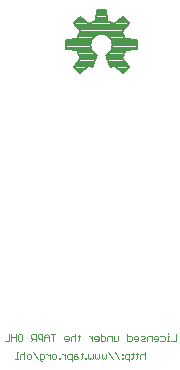
<source format=gbo>
G75*
G70*
%OFA0B0*%
%FSLAX24Y24*%
%IPPOS*%
%LPD*%
%AMOC8*
5,1,8,0,0,1.08239X$1,22.5*
%
%ADD10C,0.0079*%
%ADD11C,0.0020*%
D10*
X008114Y012635D02*
X008411Y012877D01*
X008470Y012844D01*
X008531Y012816D01*
X008700Y013225D01*
X008636Y013259D01*
X008580Y013305D01*
X008535Y013361D01*
X008500Y013425D01*
X008479Y013494D01*
X008472Y013566D01*
X008479Y013638D01*
X008500Y013707D01*
X008535Y013771D01*
X008580Y013827D01*
X008636Y013873D01*
X008700Y013907D01*
X008769Y013928D01*
X008841Y013935D01*
X008913Y013928D01*
X008983Y013907D01*
X009046Y013873D01*
X009102Y013827D01*
X009148Y013771D01*
X009182Y013707D01*
X009203Y013638D01*
X009211Y013566D01*
X009203Y013494D01*
X009182Y013425D01*
X009148Y013361D01*
X009102Y013305D01*
X009046Y013259D01*
X008983Y013225D01*
X009152Y012816D01*
X009213Y012844D01*
X009272Y012877D01*
X009569Y012635D01*
X009772Y012839D01*
X009530Y013136D01*
X009573Y013214D01*
X009608Y013297D01*
X009633Y013383D01*
X010014Y013422D01*
X010014Y013710D01*
X009633Y013749D01*
X009608Y013835D01*
X009573Y013918D01*
X009530Y013996D01*
X009772Y014293D01*
X009569Y014497D01*
X009272Y014255D01*
X009193Y014298D01*
X009110Y014332D01*
X009024Y014357D01*
X008985Y014738D01*
X008697Y014738D01*
X008659Y014357D01*
X008573Y014332D01*
X008490Y014298D01*
X008411Y014255D01*
X008114Y014497D01*
X007911Y014293D01*
X008153Y013996D01*
X008110Y013918D01*
X008075Y013835D01*
X008050Y013749D01*
X007669Y013710D01*
X007669Y013422D01*
X008050Y013383D01*
X008075Y013297D01*
X008110Y013214D01*
X008153Y013136D01*
X007911Y012839D01*
X008114Y012635D01*
X008056Y012693D02*
X008185Y012693D01*
X008280Y012770D02*
X007979Y012770D01*
X007918Y012848D02*
X008375Y012848D01*
X008463Y012848D02*
X008544Y012848D01*
X008576Y012925D02*
X007981Y012925D01*
X008044Y013002D02*
X008608Y013002D01*
X008640Y013079D02*
X008107Y013079D01*
X008141Y013157D02*
X008672Y013157D01*
X008684Y013234D02*
X008101Y013234D01*
X008071Y013311D02*
X008575Y013311D01*
X008520Y013388D02*
X008002Y013388D01*
X007669Y013465D02*
X008488Y013465D01*
X008475Y013543D02*
X007669Y013543D01*
X007669Y013620D02*
X008478Y013620D01*
X008497Y013697D02*
X007669Y013697D01*
X008058Y013774D02*
X008537Y013774D01*
X008611Y013852D02*
X008082Y013852D01*
X008116Y013929D02*
X008779Y013929D01*
X008904Y013929D02*
X009567Y013929D01*
X009538Y014006D02*
X008145Y014006D01*
X008082Y014083D02*
X009601Y014083D01*
X009664Y014161D02*
X008019Y014161D01*
X007956Y014238D02*
X009727Y014238D01*
X009750Y014315D02*
X009346Y014315D01*
X009441Y014392D02*
X009673Y014392D01*
X009596Y014470D02*
X009535Y014470D01*
X009151Y014315D02*
X008531Y014315D01*
X008662Y014392D02*
X009021Y014392D01*
X009013Y014470D02*
X008670Y014470D01*
X008678Y014547D02*
X009005Y014547D01*
X008997Y014624D02*
X008686Y014624D01*
X008694Y014701D02*
X008989Y014701D01*
X008242Y014392D02*
X008010Y014392D01*
X007933Y014315D02*
X008337Y014315D01*
X008147Y014470D02*
X008087Y014470D01*
X009072Y013852D02*
X009601Y013852D01*
X009625Y013774D02*
X009145Y013774D01*
X009185Y013697D02*
X010014Y013697D01*
X010014Y013620D02*
X009205Y013620D01*
X009208Y013543D02*
X010014Y013543D01*
X010014Y013465D02*
X009195Y013465D01*
X009163Y013388D02*
X009681Y013388D01*
X009612Y013311D02*
X009107Y013311D01*
X008999Y013234D02*
X009581Y013234D01*
X009542Y013157D02*
X009011Y013157D01*
X009043Y013079D02*
X009576Y013079D01*
X009639Y013002D02*
X009075Y013002D01*
X009107Y012925D02*
X009702Y012925D01*
X009765Y012848D02*
X009308Y012848D01*
X009219Y012848D02*
X009139Y012848D01*
X009403Y012770D02*
X009704Y012770D01*
X009626Y012693D02*
X009498Y012693D01*
D11*
X006049Y003104D02*
X005975Y003104D01*
X006012Y003104D02*
X006012Y003324D01*
X006049Y003324D01*
X006123Y003214D02*
X006123Y003104D01*
X006123Y003214D02*
X006159Y003250D01*
X006233Y003250D01*
X006270Y003214D01*
X006344Y003214D02*
X006380Y003250D01*
X006454Y003250D01*
X006491Y003214D01*
X006491Y003140D01*
X006454Y003104D01*
X006380Y003104D01*
X006344Y003140D01*
X006344Y003214D01*
X006270Y003324D02*
X006270Y003104D01*
X006565Y003324D02*
X006712Y003104D01*
X006786Y003104D02*
X006896Y003104D01*
X006933Y003140D01*
X006933Y003214D01*
X006896Y003250D01*
X006786Y003250D01*
X006786Y003067D01*
X006822Y003030D01*
X006859Y003030D01*
X007007Y003250D02*
X007043Y003250D01*
X007117Y003177D01*
X007117Y003104D02*
X007117Y003250D01*
X007191Y003214D02*
X007228Y003250D01*
X007301Y003250D01*
X007338Y003214D01*
X007338Y003140D01*
X007301Y003104D01*
X007228Y003104D01*
X007191Y003140D01*
X007191Y003214D01*
X007411Y003140D02*
X007411Y003104D01*
X007448Y003104D01*
X007448Y003140D01*
X007411Y003140D01*
X007522Y003250D02*
X007559Y003250D01*
X007632Y003177D01*
X007632Y003104D02*
X007632Y003250D01*
X007707Y003214D02*
X007707Y003140D01*
X007743Y003104D01*
X007853Y003104D01*
X007853Y003030D02*
X007853Y003250D01*
X007743Y003250D01*
X007707Y003214D01*
X007928Y003214D02*
X007928Y003104D01*
X008038Y003104D01*
X008074Y003140D01*
X008038Y003177D01*
X007928Y003177D01*
X007928Y003214D02*
X007964Y003250D01*
X008038Y003250D01*
X008148Y003250D02*
X008222Y003250D01*
X008185Y003287D02*
X008185Y003140D01*
X008148Y003104D01*
X008295Y003104D02*
X008332Y003104D01*
X008332Y003140D01*
X008295Y003140D01*
X008295Y003104D01*
X008406Y003140D02*
X008406Y003250D01*
X008406Y003140D02*
X008443Y003104D01*
X008480Y003140D01*
X008516Y003104D01*
X008553Y003140D01*
X008553Y003250D01*
X008627Y003250D02*
X008627Y003140D01*
X008664Y003104D01*
X008701Y003140D01*
X008737Y003104D01*
X008774Y003140D01*
X008774Y003250D01*
X008848Y003250D02*
X008848Y003140D01*
X008885Y003104D01*
X008922Y003140D01*
X008958Y003104D01*
X008995Y003140D01*
X008995Y003250D01*
X009069Y003324D02*
X009216Y003104D01*
X009437Y003104D02*
X009290Y003324D01*
X009511Y003250D02*
X009511Y003214D01*
X009548Y003214D01*
X009548Y003250D01*
X009511Y003250D01*
X009511Y003140D02*
X009511Y003104D01*
X009548Y003104D01*
X009548Y003140D01*
X009511Y003140D01*
X009622Y003140D02*
X009658Y003104D01*
X009769Y003104D01*
X009842Y003104D02*
X009879Y003140D01*
X009879Y003287D01*
X009916Y003250D02*
X009842Y003250D01*
X009769Y003250D02*
X009658Y003250D01*
X009622Y003214D01*
X009622Y003140D01*
X009769Y003030D02*
X009769Y003250D01*
X009990Y003250D02*
X010063Y003250D01*
X010026Y003287D02*
X010026Y003140D01*
X009990Y003104D01*
X010137Y003104D02*
X010137Y003214D01*
X010174Y003250D01*
X010247Y003250D01*
X010284Y003214D01*
X010284Y003324D02*
X010284Y003104D01*
X010291Y003702D02*
X010181Y003702D01*
X010145Y003739D01*
X010181Y003775D01*
X010255Y003775D01*
X010291Y003812D01*
X010255Y003849D01*
X010145Y003849D01*
X010070Y003812D02*
X010034Y003849D01*
X009960Y003849D01*
X009924Y003812D01*
X009924Y003775D01*
X010070Y003775D01*
X010070Y003739D02*
X010070Y003812D01*
X010070Y003739D02*
X010034Y003702D01*
X009960Y003702D01*
X009849Y003739D02*
X009849Y003812D01*
X009813Y003849D01*
X009703Y003849D01*
X009703Y003922D02*
X009703Y003702D01*
X009813Y003702D01*
X009849Y003739D01*
X009407Y003739D02*
X009407Y003849D01*
X009407Y003739D02*
X009371Y003702D01*
X009261Y003702D01*
X009261Y003849D01*
X009186Y003849D02*
X009076Y003849D01*
X009040Y003812D01*
X009040Y003702D01*
X008965Y003739D02*
X008965Y003812D01*
X008929Y003849D01*
X008819Y003849D01*
X008819Y003922D02*
X008819Y003702D01*
X008929Y003702D01*
X008965Y003739D01*
X008744Y003739D02*
X008744Y003812D01*
X008708Y003849D01*
X008634Y003849D01*
X008598Y003812D01*
X008598Y003775D01*
X008744Y003775D01*
X008744Y003739D02*
X008708Y003702D01*
X008634Y003702D01*
X008523Y003702D02*
X008523Y003849D01*
X008450Y003849D02*
X008413Y003849D01*
X008450Y003849D02*
X008523Y003775D01*
X008118Y003849D02*
X008045Y003849D01*
X008082Y003886D02*
X008082Y003739D01*
X008045Y003702D01*
X007971Y003702D02*
X007971Y003922D01*
X007934Y003849D02*
X007971Y003812D01*
X007934Y003849D02*
X007861Y003849D01*
X007824Y003812D01*
X007824Y003702D01*
X007750Y003739D02*
X007750Y003812D01*
X007713Y003849D01*
X007640Y003849D01*
X007603Y003812D01*
X007603Y003775D01*
X007750Y003775D01*
X007750Y003739D02*
X007713Y003702D01*
X007640Y003702D01*
X007308Y003922D02*
X007161Y003922D01*
X007235Y003922D02*
X007235Y003702D01*
X007087Y003702D02*
X007087Y003849D01*
X007014Y003922D01*
X006940Y003849D01*
X006940Y003702D01*
X006866Y003702D02*
X006866Y003922D01*
X006756Y003922D01*
X006719Y003886D01*
X006719Y003812D01*
X006756Y003775D01*
X006866Y003775D01*
X006940Y003812D02*
X007087Y003812D01*
X006645Y003775D02*
X006535Y003775D01*
X006498Y003812D01*
X006498Y003886D01*
X006535Y003922D01*
X006645Y003922D01*
X006645Y003702D01*
X006572Y003775D02*
X006498Y003702D01*
X006203Y003739D02*
X006203Y003886D01*
X006166Y003922D01*
X006093Y003922D01*
X006056Y003886D01*
X006056Y003739D01*
X006093Y003702D01*
X006166Y003702D01*
X006203Y003739D01*
X005982Y003702D02*
X005982Y003922D01*
X005982Y003812D02*
X005835Y003812D01*
X005835Y003922D02*
X005835Y003702D01*
X005761Y003702D02*
X005761Y003922D01*
X005761Y003702D02*
X005614Y003702D01*
X009186Y003702D02*
X009186Y003849D01*
X010366Y003812D02*
X010366Y003702D01*
X010366Y003812D02*
X010402Y003849D01*
X010512Y003849D01*
X010512Y003702D01*
X010587Y003775D02*
X010733Y003775D01*
X010733Y003739D02*
X010733Y003812D01*
X010697Y003849D01*
X010623Y003849D01*
X010587Y003812D01*
X010587Y003775D01*
X010623Y003702D02*
X010697Y003702D01*
X010733Y003739D01*
X010808Y003702D02*
X010918Y003702D01*
X010954Y003739D01*
X010954Y003812D01*
X010918Y003849D01*
X010808Y003849D01*
X011065Y003849D02*
X011065Y003702D01*
X011102Y003702D02*
X011028Y003702D01*
X011176Y003702D02*
X011323Y003702D01*
X011323Y003922D01*
X011102Y003849D02*
X011065Y003849D01*
X011065Y003922D02*
X011065Y003959D01*
M02*

</source>
